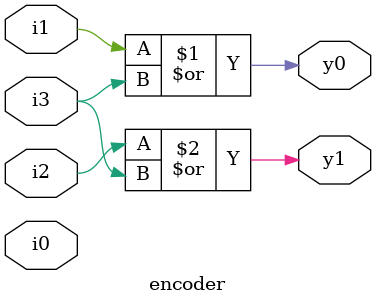
<source format=v>
module encoder(input i0,i1,i2,i3 , output y0,y1);
        assign y0 = i1 | i3;
	assign y1 = i2 | i3;
endmodule

</source>
